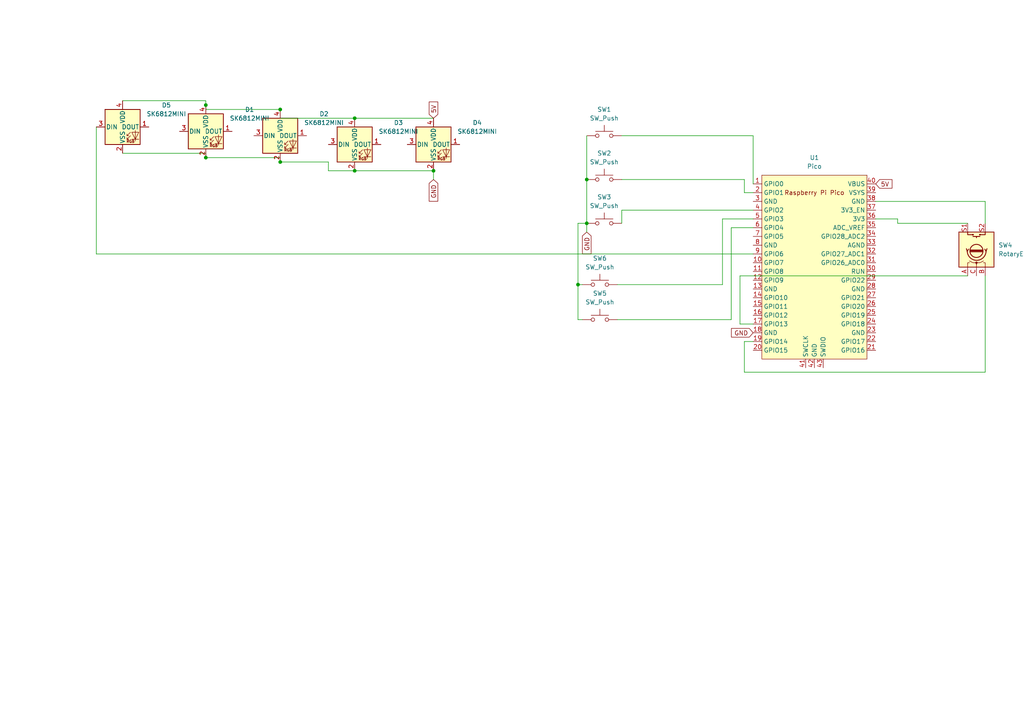
<source format=kicad_sch>
(kicad_sch
	(version 20231120)
	(generator "eeschema")
	(generator_version "8.0")
	(uuid "4586e195-89ac-4e5c-a3d4-59c96b69bcb0")
	(paper "A4")
	(lib_symbols
		(symbol "Device:RotaryEncoder_Switch"
			(pin_names
				(offset 0.254) hide)
			(exclude_from_sim no)
			(in_bom yes)
			(on_board yes)
			(property "Reference" "SW"
				(at 0 6.604 0)
				(effects
					(font
						(size 1.27 1.27)
					)
				)
			)
			(property "Value" "RotaryEncoder_Switch"
				(at 0 -6.604 0)
				(effects
					(font
						(size 1.27 1.27)
					)
				)
			)
			(property "Footprint" ""
				(at -3.81 4.064 0)
				(effects
					(font
						(size 1.27 1.27)
					)
					(hide yes)
				)
			)
			(property "Datasheet" "~"
				(at 0 6.604 0)
				(effects
					(font
						(size 1.27 1.27)
					)
					(hide yes)
				)
			)
			(property "Description" "Rotary encoder, dual channel, incremental quadrate outputs, with switch"
				(at 0 0 0)
				(effects
					(font
						(size 1.27 1.27)
					)
					(hide yes)
				)
			)
			(property "ki_keywords" "rotary switch encoder switch push button"
				(at 0 0 0)
				(effects
					(font
						(size 1.27 1.27)
					)
					(hide yes)
				)
			)
			(property "ki_fp_filters" "RotaryEncoder*Switch*"
				(at 0 0 0)
				(effects
					(font
						(size 1.27 1.27)
					)
					(hide yes)
				)
			)
			(symbol "RotaryEncoder_Switch_0_1"
				(rectangle
					(start -5.08 5.08)
					(end 5.08 -5.08)
					(stroke
						(width 0.254)
						(type default)
					)
					(fill
						(type background)
					)
				)
				(circle
					(center -3.81 0)
					(radius 0.254)
					(stroke
						(width 0)
						(type default)
					)
					(fill
						(type outline)
					)
				)
				(circle
					(center -0.381 0)
					(radius 1.905)
					(stroke
						(width 0.254)
						(type default)
					)
					(fill
						(type none)
					)
				)
				(arc
					(start -0.381 2.667)
					(mid -3.0988 -0.0635)
					(end -0.381 -2.794)
					(stroke
						(width 0.254)
						(type default)
					)
					(fill
						(type none)
					)
				)
				(polyline
					(pts
						(xy -0.635 -1.778) (xy -0.635 1.778)
					)
					(stroke
						(width 0.254)
						(type default)
					)
					(fill
						(type none)
					)
				)
				(polyline
					(pts
						(xy -0.381 -1.778) (xy -0.381 1.778)
					)
					(stroke
						(width 0.254)
						(type default)
					)
					(fill
						(type none)
					)
				)
				(polyline
					(pts
						(xy -0.127 1.778) (xy -0.127 -1.778)
					)
					(stroke
						(width 0.254)
						(type default)
					)
					(fill
						(type none)
					)
				)
				(polyline
					(pts
						(xy 3.81 0) (xy 3.429 0)
					)
					(stroke
						(width 0.254)
						(type default)
					)
					(fill
						(type none)
					)
				)
				(polyline
					(pts
						(xy 3.81 1.016) (xy 3.81 -1.016)
					)
					(stroke
						(width 0.254)
						(type default)
					)
					(fill
						(type none)
					)
				)
				(polyline
					(pts
						(xy -5.08 -2.54) (xy -3.81 -2.54) (xy -3.81 -2.032)
					)
					(stroke
						(width 0)
						(type default)
					)
					(fill
						(type none)
					)
				)
				(polyline
					(pts
						(xy -5.08 2.54) (xy -3.81 2.54) (xy -3.81 2.032)
					)
					(stroke
						(width 0)
						(type default)
					)
					(fill
						(type none)
					)
				)
				(polyline
					(pts
						(xy 0.254 -3.048) (xy -0.508 -2.794) (xy 0.127 -2.413)
					)
					(stroke
						(width 0.254)
						(type default)
					)
					(fill
						(type none)
					)
				)
				(polyline
					(pts
						(xy 0.254 2.921) (xy -0.508 2.667) (xy 0.127 2.286)
					)
					(stroke
						(width 0.254)
						(type default)
					)
					(fill
						(type none)
					)
				)
				(polyline
					(pts
						(xy 5.08 -2.54) (xy 4.318 -2.54) (xy 4.318 -1.016)
					)
					(stroke
						(width 0.254)
						(type default)
					)
					(fill
						(type none)
					)
				)
				(polyline
					(pts
						(xy 5.08 2.54) (xy 4.318 2.54) (xy 4.318 1.016)
					)
					(stroke
						(width 0.254)
						(type default)
					)
					(fill
						(type none)
					)
				)
				(polyline
					(pts
						(xy -5.08 0) (xy -3.81 0) (xy -3.81 -1.016) (xy -3.302 -2.032)
					)
					(stroke
						(width 0)
						(type default)
					)
					(fill
						(type none)
					)
				)
				(polyline
					(pts
						(xy -4.318 0) (xy -3.81 0) (xy -3.81 1.016) (xy -3.302 2.032)
					)
					(stroke
						(width 0)
						(type default)
					)
					(fill
						(type none)
					)
				)
				(circle
					(center 4.318 -1.016)
					(radius 0.127)
					(stroke
						(width 0.254)
						(type default)
					)
					(fill
						(type none)
					)
				)
				(circle
					(center 4.318 1.016)
					(radius 0.127)
					(stroke
						(width 0.254)
						(type default)
					)
					(fill
						(type none)
					)
				)
			)
			(symbol "RotaryEncoder_Switch_1_1"
				(pin passive line
					(at -7.62 2.54 0)
					(length 2.54)
					(name "A"
						(effects
							(font
								(size 1.27 1.27)
							)
						)
					)
					(number "A"
						(effects
							(font
								(size 1.27 1.27)
							)
						)
					)
				)
				(pin passive line
					(at -7.62 -2.54 0)
					(length 2.54)
					(name "B"
						(effects
							(font
								(size 1.27 1.27)
							)
						)
					)
					(number "B"
						(effects
							(font
								(size 1.27 1.27)
							)
						)
					)
				)
				(pin passive line
					(at -7.62 0 0)
					(length 2.54)
					(name "C"
						(effects
							(font
								(size 1.27 1.27)
							)
						)
					)
					(number "C"
						(effects
							(font
								(size 1.27 1.27)
							)
						)
					)
				)
				(pin passive line
					(at 7.62 2.54 180)
					(length 2.54)
					(name "S1"
						(effects
							(font
								(size 1.27 1.27)
							)
						)
					)
					(number "S1"
						(effects
							(font
								(size 1.27 1.27)
							)
						)
					)
				)
				(pin passive line
					(at 7.62 -2.54 180)
					(length 2.54)
					(name "S2"
						(effects
							(font
								(size 1.27 1.27)
							)
						)
					)
					(number "S2"
						(effects
							(font
								(size 1.27 1.27)
							)
						)
					)
				)
			)
		)
		(symbol "LED:SK6812MINI"
			(pin_names
				(offset 0.254)
			)
			(exclude_from_sim no)
			(in_bom yes)
			(on_board yes)
			(property "Reference" "D"
				(at 5.08 5.715 0)
				(effects
					(font
						(size 1.27 1.27)
					)
					(justify right bottom)
				)
			)
			(property "Value" "SK6812MINI"
				(at 1.27 -5.715 0)
				(effects
					(font
						(size 1.27 1.27)
					)
					(justify left top)
				)
			)
			(property "Footprint" "LED_SMD:LED_SK6812MINI_PLCC4_3.5x3.5mm_P1.75mm"
				(at 1.27 -7.62 0)
				(effects
					(font
						(size 1.27 1.27)
					)
					(justify left top)
					(hide yes)
				)
			)
			(property "Datasheet" "https://cdn-shop.adafruit.com/product-files/2686/SK6812MINI_REV.01-1-2.pdf"
				(at 2.54 -9.525 0)
				(effects
					(font
						(size 1.27 1.27)
					)
					(justify left top)
					(hide yes)
				)
			)
			(property "Description" "RGB LED with integrated controller"
				(at 0 0 0)
				(effects
					(font
						(size 1.27 1.27)
					)
					(hide yes)
				)
			)
			(property "ki_keywords" "RGB LED NeoPixel Mini addressable"
				(at 0 0 0)
				(effects
					(font
						(size 1.27 1.27)
					)
					(hide yes)
				)
			)
			(property "ki_fp_filters" "LED*SK6812MINI*PLCC*3.5x3.5mm*P1.75mm*"
				(at 0 0 0)
				(effects
					(font
						(size 1.27 1.27)
					)
					(hide yes)
				)
			)
			(symbol "SK6812MINI_0_0"
				(text "RGB"
					(at 2.286 -4.191 0)
					(effects
						(font
							(size 0.762 0.762)
						)
					)
				)
			)
			(symbol "SK6812MINI_0_1"
				(polyline
					(pts
						(xy 1.27 -3.556) (xy 1.778 -3.556)
					)
					(stroke
						(width 0)
						(type default)
					)
					(fill
						(type none)
					)
				)
				(polyline
					(pts
						(xy 1.27 -2.54) (xy 1.778 -2.54)
					)
					(stroke
						(width 0)
						(type default)
					)
					(fill
						(type none)
					)
				)
				(polyline
					(pts
						(xy 4.699 -3.556) (xy 2.667 -3.556)
					)
					(stroke
						(width 0)
						(type default)
					)
					(fill
						(type none)
					)
				)
				(polyline
					(pts
						(xy 2.286 -2.54) (xy 1.27 -3.556) (xy 1.27 -3.048)
					)
					(stroke
						(width 0)
						(type default)
					)
					(fill
						(type none)
					)
				)
				(polyline
					(pts
						(xy 2.286 -1.524) (xy 1.27 -2.54) (xy 1.27 -2.032)
					)
					(stroke
						(width 0)
						(type default)
					)
					(fill
						(type none)
					)
				)
				(polyline
					(pts
						(xy 3.683 -1.016) (xy 3.683 -3.556) (xy 3.683 -4.064)
					)
					(stroke
						(width 0)
						(type default)
					)
					(fill
						(type none)
					)
				)
				(polyline
					(pts
						(xy 4.699 -1.524) (xy 2.667 -1.524) (xy 3.683 -3.556) (xy 4.699 -1.524)
					)
					(stroke
						(width 0)
						(type default)
					)
					(fill
						(type none)
					)
				)
				(rectangle
					(start 5.08 5.08)
					(end -5.08 -5.08)
					(stroke
						(width 0.254)
						(type default)
					)
					(fill
						(type background)
					)
				)
			)
			(symbol "SK6812MINI_1_1"
				(pin output line
					(at 7.62 0 180)
					(length 2.54)
					(name "DOUT"
						(effects
							(font
								(size 1.27 1.27)
							)
						)
					)
					(number "1"
						(effects
							(font
								(size 1.27 1.27)
							)
						)
					)
				)
				(pin power_in line
					(at 0 -7.62 90)
					(length 2.54)
					(name "VSS"
						(effects
							(font
								(size 1.27 1.27)
							)
						)
					)
					(number "2"
						(effects
							(font
								(size 1.27 1.27)
							)
						)
					)
				)
				(pin input line
					(at -7.62 0 0)
					(length 2.54)
					(name "DIN"
						(effects
							(font
								(size 1.27 1.27)
							)
						)
					)
					(number "3"
						(effects
							(font
								(size 1.27 1.27)
							)
						)
					)
				)
				(pin power_in line
					(at 0 7.62 270)
					(length 2.54)
					(name "VDD"
						(effects
							(font
								(size 1.27 1.27)
							)
						)
					)
					(number "4"
						(effects
							(font
								(size 1.27 1.27)
							)
						)
					)
				)
			)
		)
		(symbol "Switch:SW_Push"
			(pin_numbers hide)
			(pin_names
				(offset 1.016) hide)
			(exclude_from_sim no)
			(in_bom yes)
			(on_board yes)
			(property "Reference" "SW"
				(at 1.27 2.54 0)
				(effects
					(font
						(size 1.27 1.27)
					)
					(justify left)
				)
			)
			(property "Value" "SW_Push"
				(at 0 -1.524 0)
				(effects
					(font
						(size 1.27 1.27)
					)
				)
			)
			(property "Footprint" ""
				(at 0 5.08 0)
				(effects
					(font
						(size 1.27 1.27)
					)
					(hide yes)
				)
			)
			(property "Datasheet" "~"
				(at 0 5.08 0)
				(effects
					(font
						(size 1.27 1.27)
					)
					(hide yes)
				)
			)
			(property "Description" "Push button switch, generic, two pins"
				(at 0 0 0)
				(effects
					(font
						(size 1.27 1.27)
					)
					(hide yes)
				)
			)
			(property "ki_keywords" "switch normally-open pushbutton push-button"
				(at 0 0 0)
				(effects
					(font
						(size 1.27 1.27)
					)
					(hide yes)
				)
			)
			(symbol "SW_Push_0_1"
				(circle
					(center -2.032 0)
					(radius 0.508)
					(stroke
						(width 0)
						(type default)
					)
					(fill
						(type none)
					)
				)
				(polyline
					(pts
						(xy 0 1.27) (xy 0 3.048)
					)
					(stroke
						(width 0)
						(type default)
					)
					(fill
						(type none)
					)
				)
				(polyline
					(pts
						(xy 2.54 1.27) (xy -2.54 1.27)
					)
					(stroke
						(width 0)
						(type default)
					)
					(fill
						(type none)
					)
				)
				(circle
					(center 2.032 0)
					(radius 0.508)
					(stroke
						(width 0)
						(type default)
					)
					(fill
						(type none)
					)
				)
				(pin passive line
					(at -5.08 0 0)
					(length 2.54)
					(name "1"
						(effects
							(font
								(size 1.27 1.27)
							)
						)
					)
					(number "1"
						(effects
							(font
								(size 1.27 1.27)
							)
						)
					)
				)
				(pin passive line
					(at 5.08 0 180)
					(length 2.54)
					(name "2"
						(effects
							(font
								(size 1.27 1.27)
							)
						)
					)
					(number "2"
						(effects
							(font
								(size 1.27 1.27)
							)
						)
					)
				)
			)
		)
		(symbol "raspi:Pico"
			(exclude_from_sim no)
			(in_bom yes)
			(on_board yes)
			(property "Reference" "U"
				(at -13.97 27.94 0)
				(effects
					(font
						(size 1.27 1.27)
					)
				)
			)
			(property "Value" "Pico"
				(at 0 19.05 0)
				(effects
					(font
						(size 1.27 1.27)
					)
				)
			)
			(property "Footprint" "RPi_Pico:RPi_Pico_SMD_TH"
				(at 0 0 90)
				(effects
					(font
						(size 1.27 1.27)
					)
					(hide yes)
				)
			)
			(property "Datasheet" ""
				(at 0 0 0)
				(effects
					(font
						(size 1.27 1.27)
					)
					(hide yes)
				)
			)
			(property "Description" ""
				(at 0 0 0)
				(effects
					(font
						(size 1.27 1.27)
					)
					(hide yes)
				)
			)
			(symbol "Pico_0_0"
				(text "Raspberry Pi Pico"
					(at 0 21.59 0)
					(effects
						(font
							(size 1.27 1.27)
						)
					)
				)
			)
			(symbol "Pico_0_1"
				(rectangle
					(start -15.24 26.67)
					(end 15.24 -26.67)
					(stroke
						(width 0)
						(type default)
					)
					(fill
						(type background)
					)
				)
			)
			(symbol "Pico_1_1"
				(pin bidirectional line
					(at -17.78 24.13 0)
					(length 2.54)
					(name "GPIO0"
						(effects
							(font
								(size 1.27 1.27)
							)
						)
					)
					(number "1"
						(effects
							(font
								(size 1.27 1.27)
							)
						)
					)
				)
				(pin bidirectional line
					(at -17.78 1.27 0)
					(length 2.54)
					(name "GPIO7"
						(effects
							(font
								(size 1.27 1.27)
							)
						)
					)
					(number "10"
						(effects
							(font
								(size 1.27 1.27)
							)
						)
					)
				)
				(pin bidirectional line
					(at -17.78 -1.27 0)
					(length 2.54)
					(name "GPIO8"
						(effects
							(font
								(size 1.27 1.27)
							)
						)
					)
					(number "11"
						(effects
							(font
								(size 1.27 1.27)
							)
						)
					)
				)
				(pin bidirectional line
					(at -17.78 -3.81 0)
					(length 2.54)
					(name "GPIO9"
						(effects
							(font
								(size 1.27 1.27)
							)
						)
					)
					(number "12"
						(effects
							(font
								(size 1.27 1.27)
							)
						)
					)
				)
				(pin power_in line
					(at -17.78 -6.35 0)
					(length 2.54)
					(name "GND"
						(effects
							(font
								(size 1.27 1.27)
							)
						)
					)
					(number "13"
						(effects
							(font
								(size 1.27 1.27)
							)
						)
					)
				)
				(pin bidirectional line
					(at -17.78 -8.89 0)
					(length 2.54)
					(name "GPIO10"
						(effects
							(font
								(size 1.27 1.27)
							)
						)
					)
					(number "14"
						(effects
							(font
								(size 1.27 1.27)
							)
						)
					)
				)
				(pin bidirectional line
					(at -17.78 -11.43 0)
					(length 2.54)
					(name "GPIO11"
						(effects
							(font
								(size 1.27 1.27)
							)
						)
					)
					(number "15"
						(effects
							(font
								(size 1.27 1.27)
							)
						)
					)
				)
				(pin bidirectional line
					(at -17.78 -13.97 0)
					(length 2.54)
					(name "GPIO12"
						(effects
							(font
								(size 1.27 1.27)
							)
						)
					)
					(number "16"
						(effects
							(font
								(size 1.27 1.27)
							)
						)
					)
				)
				(pin bidirectional line
					(at -17.78 -16.51 0)
					(length 2.54)
					(name "GPIO13"
						(effects
							(font
								(size 1.27 1.27)
							)
						)
					)
					(number "17"
						(effects
							(font
								(size 1.27 1.27)
							)
						)
					)
				)
				(pin power_in line
					(at -17.78 -19.05 0)
					(length 2.54)
					(name "GND"
						(effects
							(font
								(size 1.27 1.27)
							)
						)
					)
					(number "18"
						(effects
							(font
								(size 1.27 1.27)
							)
						)
					)
				)
				(pin bidirectional line
					(at -17.78 -21.59 0)
					(length 2.54)
					(name "GPIO14"
						(effects
							(font
								(size 1.27 1.27)
							)
						)
					)
					(number "19"
						(effects
							(font
								(size 1.27 1.27)
							)
						)
					)
				)
				(pin bidirectional line
					(at -17.78 21.59 0)
					(length 2.54)
					(name "GPIO1"
						(effects
							(font
								(size 1.27 1.27)
							)
						)
					)
					(number "2"
						(effects
							(font
								(size 1.27 1.27)
							)
						)
					)
				)
				(pin bidirectional line
					(at -17.78 -24.13 0)
					(length 2.54)
					(name "GPIO15"
						(effects
							(font
								(size 1.27 1.27)
							)
						)
					)
					(number "20"
						(effects
							(font
								(size 1.27 1.27)
							)
						)
					)
				)
				(pin bidirectional line
					(at 17.78 -24.13 180)
					(length 2.54)
					(name "GPIO16"
						(effects
							(font
								(size 1.27 1.27)
							)
						)
					)
					(number "21"
						(effects
							(font
								(size 1.27 1.27)
							)
						)
					)
				)
				(pin bidirectional line
					(at 17.78 -21.59 180)
					(length 2.54)
					(name "GPIO17"
						(effects
							(font
								(size 1.27 1.27)
							)
						)
					)
					(number "22"
						(effects
							(font
								(size 1.27 1.27)
							)
						)
					)
				)
				(pin power_in line
					(at 17.78 -19.05 180)
					(length 2.54)
					(name "GND"
						(effects
							(font
								(size 1.27 1.27)
							)
						)
					)
					(number "23"
						(effects
							(font
								(size 1.27 1.27)
							)
						)
					)
				)
				(pin bidirectional line
					(at 17.78 -16.51 180)
					(length 2.54)
					(name "GPIO18"
						(effects
							(font
								(size 1.27 1.27)
							)
						)
					)
					(number "24"
						(effects
							(font
								(size 1.27 1.27)
							)
						)
					)
				)
				(pin bidirectional line
					(at 17.78 -13.97 180)
					(length 2.54)
					(name "GPIO19"
						(effects
							(font
								(size 1.27 1.27)
							)
						)
					)
					(number "25"
						(effects
							(font
								(size 1.27 1.27)
							)
						)
					)
				)
				(pin bidirectional line
					(at 17.78 -11.43 180)
					(length 2.54)
					(name "GPIO20"
						(effects
							(font
								(size 1.27 1.27)
							)
						)
					)
					(number "26"
						(effects
							(font
								(size 1.27 1.27)
							)
						)
					)
				)
				(pin bidirectional line
					(at 17.78 -8.89 180)
					(length 2.54)
					(name "GPIO21"
						(effects
							(font
								(size 1.27 1.27)
							)
						)
					)
					(number "27"
						(effects
							(font
								(size 1.27 1.27)
							)
						)
					)
				)
				(pin power_in line
					(at 17.78 -6.35 180)
					(length 2.54)
					(name "GND"
						(effects
							(font
								(size 1.27 1.27)
							)
						)
					)
					(number "28"
						(effects
							(font
								(size 1.27 1.27)
							)
						)
					)
				)
				(pin bidirectional line
					(at 17.78 -3.81 180)
					(length 2.54)
					(name "GPIO22"
						(effects
							(font
								(size 1.27 1.27)
							)
						)
					)
					(number "29"
						(effects
							(font
								(size 1.27 1.27)
							)
						)
					)
				)
				(pin power_in line
					(at -17.78 19.05 0)
					(length 2.54)
					(name "GND"
						(effects
							(font
								(size 1.27 1.27)
							)
						)
					)
					(number "3"
						(effects
							(font
								(size 1.27 1.27)
							)
						)
					)
				)
				(pin input line
					(at 17.78 -1.27 180)
					(length 2.54)
					(name "RUN"
						(effects
							(font
								(size 1.27 1.27)
							)
						)
					)
					(number "30"
						(effects
							(font
								(size 1.27 1.27)
							)
						)
					)
				)
				(pin bidirectional line
					(at 17.78 1.27 180)
					(length 2.54)
					(name "GPIO26_ADC0"
						(effects
							(font
								(size 1.27 1.27)
							)
						)
					)
					(number "31"
						(effects
							(font
								(size 1.27 1.27)
							)
						)
					)
				)
				(pin bidirectional line
					(at 17.78 3.81 180)
					(length 2.54)
					(name "GPIO27_ADC1"
						(effects
							(font
								(size 1.27 1.27)
							)
						)
					)
					(number "32"
						(effects
							(font
								(size 1.27 1.27)
							)
						)
					)
				)
				(pin power_in line
					(at 17.78 6.35 180)
					(length 2.54)
					(name "AGND"
						(effects
							(font
								(size 1.27 1.27)
							)
						)
					)
					(number "33"
						(effects
							(font
								(size 1.27 1.27)
							)
						)
					)
				)
				(pin bidirectional line
					(at 17.78 8.89 180)
					(length 2.54)
					(name "GPIO28_ADC2"
						(effects
							(font
								(size 1.27 1.27)
							)
						)
					)
					(number "34"
						(effects
							(font
								(size 1.27 1.27)
							)
						)
					)
				)
				(pin power_in line
					(at 17.78 11.43 180)
					(length 2.54)
					(name "ADC_VREF"
						(effects
							(font
								(size 1.27 1.27)
							)
						)
					)
					(number "35"
						(effects
							(font
								(size 1.27 1.27)
							)
						)
					)
				)
				(pin power_in line
					(at 17.78 13.97 180)
					(length 2.54)
					(name "3V3"
						(effects
							(font
								(size 1.27 1.27)
							)
						)
					)
					(number "36"
						(effects
							(font
								(size 1.27 1.27)
							)
						)
					)
				)
				(pin input line
					(at 17.78 16.51 180)
					(length 2.54)
					(name "3V3_EN"
						(effects
							(font
								(size 1.27 1.27)
							)
						)
					)
					(number "37"
						(effects
							(font
								(size 1.27 1.27)
							)
						)
					)
				)
				(pin bidirectional line
					(at 17.78 19.05 180)
					(length 2.54)
					(name "GND"
						(effects
							(font
								(size 1.27 1.27)
							)
						)
					)
					(number "38"
						(effects
							(font
								(size 1.27 1.27)
							)
						)
					)
				)
				(pin power_in line
					(at 17.78 21.59 180)
					(length 2.54)
					(name "VSYS"
						(effects
							(font
								(size 1.27 1.27)
							)
						)
					)
					(number "39"
						(effects
							(font
								(size 1.27 1.27)
							)
						)
					)
				)
				(pin bidirectional line
					(at -17.78 16.51 0)
					(length 2.54)
					(name "GPIO2"
						(effects
							(font
								(size 1.27 1.27)
							)
						)
					)
					(number "4"
						(effects
							(font
								(size 1.27 1.27)
							)
						)
					)
				)
				(pin power_in line
					(at 17.78 24.13 180)
					(length 2.54)
					(name "VBUS"
						(effects
							(font
								(size 1.27 1.27)
							)
						)
					)
					(number "40"
						(effects
							(font
								(size 1.27 1.27)
							)
						)
					)
				)
				(pin input line
					(at -2.54 -29.21 90)
					(length 2.54)
					(name "SWCLK"
						(effects
							(font
								(size 1.27 1.27)
							)
						)
					)
					(number "41"
						(effects
							(font
								(size 1.27 1.27)
							)
						)
					)
				)
				(pin power_in line
					(at 0 -29.21 90)
					(length 2.54)
					(name "GND"
						(effects
							(font
								(size 1.27 1.27)
							)
						)
					)
					(number "42"
						(effects
							(font
								(size 1.27 1.27)
							)
						)
					)
				)
				(pin bidirectional line
					(at 2.54 -29.21 90)
					(length 2.54)
					(name "SWDIO"
						(effects
							(font
								(size 1.27 1.27)
							)
						)
					)
					(number "43"
						(effects
							(font
								(size 1.27 1.27)
							)
						)
					)
				)
				(pin bidirectional line
					(at -17.78 13.97 0)
					(length 2.54)
					(name "GPIO3"
						(effects
							(font
								(size 1.27 1.27)
							)
						)
					)
					(number "5"
						(effects
							(font
								(size 1.27 1.27)
							)
						)
					)
				)
				(pin bidirectional line
					(at -17.78 11.43 0)
					(length 2.54)
					(name "GPIO4"
						(effects
							(font
								(size 1.27 1.27)
							)
						)
					)
					(number "6"
						(effects
							(font
								(size 1.27 1.27)
							)
						)
					)
				)
				(pin bidirectional line
					(at -17.78 8.89 0)
					(length 2.54)
					(name "GPIO5"
						(effects
							(font
								(size 1.27 1.27)
							)
						)
					)
					(number "7"
						(effects
							(font
								(size 1.27 1.27)
							)
						)
					)
				)
				(pin power_in line
					(at -17.78 6.35 0)
					(length 2.54)
					(name "GND"
						(effects
							(font
								(size 1.27 1.27)
							)
						)
					)
					(number "8"
						(effects
							(font
								(size 1.27 1.27)
							)
						)
					)
				)
				(pin bidirectional line
					(at -17.78 3.81 0)
					(length 2.54)
					(name "GPIO6"
						(effects
							(font
								(size 1.27 1.27)
							)
						)
					)
					(number "9"
						(effects
							(font
								(size 1.27 1.27)
							)
						)
					)
				)
			)
		)
	)
	(junction
		(at 170.18 52.07)
		(diameter 0)
		(color 0 0 0 0)
		(uuid "255bc2bf-bbb6-44a1-9bb1-62e29a793f49")
	)
	(junction
		(at 170.18 64.77)
		(diameter 0)
		(color 0 0 0 0)
		(uuid "31500f0c-6393-4ff5-9fbf-7043a79efc4c")
	)
	(junction
		(at 102.87 34.29)
		(diameter 0)
		(color 0 0 0 0)
		(uuid "43f5e819-46bd-424a-850e-b39dc368ef9c")
	)
	(junction
		(at 167.64 82.55)
		(diameter 0)
		(color 0 0 0 0)
		(uuid "576741c1-67ee-4bc3-881c-9261cc3ca84d")
	)
	(junction
		(at 125.73 49.53)
		(diameter 0)
		(color 0 0 0 0)
		(uuid "5e48336a-a27e-483b-8fa7-73135e2d9070")
	)
	(junction
		(at 59.69 30.48)
		(diameter 0)
		(color 0 0 0 0)
		(uuid "789e7e28-6c44-4dc5-8c66-02a243a75f30")
	)
	(junction
		(at 81.28 31.75)
		(diameter 0)
		(color 0 0 0 0)
		(uuid "8356a16e-dab4-4ac1-9398-2e38bc5c35f2")
	)
	(junction
		(at 102.87 49.53)
		(diameter 0)
		(color 0 0 0 0)
		(uuid "ad40d89c-8f17-45f2-ae0a-f5f3ec799862")
	)
	(junction
		(at 81.28 46.99)
		(diameter 0)
		(color 0 0 0 0)
		(uuid "e2aea18d-77a0-420c-82ef-c41543361b7f")
	)
	(junction
		(at 59.69 45.72)
		(diameter 0)
		(color 0 0 0 0)
		(uuid "fb4a471c-a2ab-4128-bba7-6029a8735c1d")
	)
	(no_connect
		(at 106.68 -13.97)
		(uuid "2fc263c6-af1a-4a60-a6c0-39b212829c2d")
	)
	(wire
		(pts
			(xy 209.55 82.55) (xy 209.55 63.5)
		)
		(stroke
			(width 0)
			(type default)
		)
		(uuid "05df7391-d919-4602-a3ad-ab3baf9cf88c")
	)
	(wire
		(pts
			(xy 102.87 34.29) (xy 125.73 34.29)
		)
		(stroke
			(width 0)
			(type default)
		)
		(uuid "1844ebcd-9070-45b3-8abe-8599b3ff8c15")
	)
	(wire
		(pts
			(xy 285.75 107.95) (xy 215.9 107.95)
		)
		(stroke
			(width 0)
			(type default)
		)
		(uuid "1cac638e-7298-494e-a5e5-c75e5a89a015")
	)
	(wire
		(pts
			(xy 167.64 92.71) (xy 168.91 92.71)
		)
		(stroke
			(width 0)
			(type default)
		)
		(uuid "1d5cb63d-291a-40e9-8c96-433500131814")
	)
	(wire
		(pts
			(xy 180.34 52.07) (xy 215.9 52.07)
		)
		(stroke
			(width 0)
			(type default)
		)
		(uuid "1f8fb059-3ffc-49a8-9022-0d7e50adae5f")
	)
	(wire
		(pts
			(xy 170.18 64.77) (xy 167.64 64.77)
		)
		(stroke
			(width 0)
			(type default)
		)
		(uuid "20032c12-50f6-4252-bad0-0f861129f905")
	)
	(wire
		(pts
			(xy 81.28 34.29) (xy 81.28 31.75)
		)
		(stroke
			(width 0)
			(type default)
		)
		(uuid "24f4a686-f7a5-4a26-aafa-ccd977adecaa")
	)
	(wire
		(pts
			(xy 212.09 66.04) (xy 218.44 66.04)
		)
		(stroke
			(width 0)
			(type default)
		)
		(uuid "3148057a-1ee6-4f43-8e33-20acf5732c00")
	)
	(wire
		(pts
			(xy 212.09 92.71) (xy 212.09 66.04)
		)
		(stroke
			(width 0)
			(type default)
		)
		(uuid "339590bb-270f-4b0f-a0aa-c6b03cd15924")
	)
	(wire
		(pts
			(xy 280.67 64.77) (xy 260.35 64.77)
		)
		(stroke
			(width 0)
			(type default)
		)
		(uuid "47f02f9c-2984-4f5f-8ae2-78434f3153f5")
	)
	(wire
		(pts
			(xy 280.67 80.01) (xy 214.63 80.01)
		)
		(stroke
			(width 0)
			(type default)
		)
		(uuid "4fb7d699-cb57-434e-84a2-aa9491f54871")
	)
	(wire
		(pts
			(xy 180.34 60.96) (xy 180.34 64.77)
		)
		(stroke
			(width 0)
			(type default)
		)
		(uuid "50f4444d-9d7a-4399-94a9-9d07f75d4046")
	)
	(wire
		(pts
			(xy 35.56 29.21) (xy 59.69 29.21)
		)
		(stroke
			(width 0)
			(type default)
		)
		(uuid "56f52951-8d46-401e-a39b-81a699e45001")
	)
	(wire
		(pts
			(xy 81.28 31.75) (xy 59.69 31.75)
		)
		(stroke
			(width 0)
			(type default)
		)
		(uuid "5a843030-9c66-4f2b-a75d-8db9c0f67812")
	)
	(wire
		(pts
			(xy 214.63 93.98) (xy 218.44 93.98)
		)
		(stroke
			(width 0)
			(type default)
		)
		(uuid "6799b2d9-bd47-4084-a271-df53ecc8cb8c")
	)
	(wire
		(pts
			(xy 209.55 63.5) (xy 218.44 63.5)
		)
		(stroke
			(width 0)
			(type default)
		)
		(uuid "6bebaf05-f846-49b5-a1f6-2a3b0e6eb4af")
	)
	(wire
		(pts
			(xy 27.94 73.66) (xy 27.94 36.83)
		)
		(stroke
			(width 0)
			(type default)
		)
		(uuid "7189ba9f-a8ab-4212-aa68-e634adc2e5a7")
	)
	(wire
		(pts
			(xy 215.9 52.07) (xy 215.9 55.88)
		)
		(stroke
			(width 0)
			(type default)
		)
		(uuid "7198869d-f091-43cb-ab06-1a657100cc34")
	)
	(wire
		(pts
			(xy 260.35 64.77) (xy 260.35 63.5)
		)
		(stroke
			(width 0)
			(type default)
		)
		(uuid "745d9ffb-672b-4e9b-8342-ddbf5c0c9752")
	)
	(wire
		(pts
			(xy 179.07 92.71) (xy 212.09 92.71)
		)
		(stroke
			(width 0)
			(type default)
		)
		(uuid "78030f5d-0aae-4e0c-838a-a7a6c4e05fe2")
	)
	(wire
		(pts
			(xy 59.69 44.45) (xy 59.69 45.72)
		)
		(stroke
			(width 0)
			(type default)
		)
		(uuid "83f53405-aeee-4fe4-9bd5-e1ebe2c66732")
	)
	(wire
		(pts
			(xy 102.87 49.53) (xy 125.73 49.53)
		)
		(stroke
			(width 0)
			(type default)
		)
		(uuid "850c439a-ad98-4847-ad5e-b7a015d61c9c")
	)
	(wire
		(pts
			(xy 59.69 45.72) (xy 81.28 45.72)
		)
		(stroke
			(width 0)
			(type default)
		)
		(uuid "899409c6-72e8-44dd-9955-ba1115e2a368")
	)
	(wire
		(pts
			(xy 59.69 31.75) (xy 59.69 30.48)
		)
		(stroke
			(width 0)
			(type default)
		)
		(uuid "8c3b2e8f-d336-41fd-ba79-9329e5f0e9b9")
	)
	(wire
		(pts
			(xy 167.64 82.55) (xy 168.91 82.55)
		)
		(stroke
			(width 0)
			(type default)
		)
		(uuid "9268e487-2c16-4fc9-99fa-b766ff3283e7")
	)
	(wire
		(pts
			(xy 260.35 63.5) (xy 254 63.5)
		)
		(stroke
			(width 0)
			(type default)
		)
		(uuid "94c5a126-9aef-42b6-a9e4-bdb1bff97994")
	)
	(wire
		(pts
			(xy 125.73 49.53) (xy 125.73 52.07)
		)
		(stroke
			(width 0)
			(type default)
		)
		(uuid "9ad75a38-6062-43ca-9b12-f9b84179c4a7")
	)
	(wire
		(pts
			(xy 170.18 64.77) (xy 170.18 67.31)
		)
		(stroke
			(width 0)
			(type default)
		)
		(uuid "9f5eea23-5bf6-4d98-a991-9091bc3c07ec")
	)
	(wire
		(pts
			(xy 95.25 46.99) (xy 95.25 49.53)
		)
		(stroke
			(width 0)
			(type default)
		)
		(uuid "a5d79083-02d7-4727-8adb-3d8e4bb8e9c9")
	)
	(wire
		(pts
			(xy 285.75 80.01) (xy 285.75 107.95)
		)
		(stroke
			(width 0)
			(type default)
		)
		(uuid "a7bd3a20-197a-4785-8989-2268db0ee8b0")
	)
	(wire
		(pts
			(xy 170.18 39.37) (xy 170.18 52.07)
		)
		(stroke
			(width 0)
			(type default)
		)
		(uuid "b2104f9b-6456-476d-bd4c-2b8114b261ee")
	)
	(wire
		(pts
			(xy 285.75 58.42) (xy 285.75 64.77)
		)
		(stroke
			(width 0)
			(type default)
		)
		(uuid "b4bc27a3-7337-4365-8ed5-eeccae0a964a")
	)
	(wire
		(pts
			(xy 170.18 52.07) (xy 170.18 64.77)
		)
		(stroke
			(width 0)
			(type default)
		)
		(uuid "bcb14377-ff69-4aa5-bfb7-b4fe557a4475")
	)
	(wire
		(pts
			(xy 35.56 44.45) (xy 59.69 44.45)
		)
		(stroke
			(width 0)
			(type default)
		)
		(uuid "bfe148d6-1e20-45b7-bb4d-ae329c50da88")
	)
	(wire
		(pts
			(xy 218.44 60.96) (xy 180.34 60.96)
		)
		(stroke
			(width 0)
			(type default)
		)
		(uuid "c5b8fd9c-8fe3-47c8-b103-12fd8ad360bf")
	)
	(wire
		(pts
			(xy 254 58.42) (xy 285.75 58.42)
		)
		(stroke
			(width 0)
			(type default)
		)
		(uuid "cd287389-1ee8-48fb-bd2e-757cebdf69ce")
	)
	(wire
		(pts
			(xy 179.07 82.55) (xy 209.55 82.55)
		)
		(stroke
			(width 0)
			(type default)
		)
		(uuid "cfa5a7d6-0cc8-43ad-8f2a-ae44afcbd87d")
	)
	(wire
		(pts
			(xy 95.25 49.53) (xy 102.87 49.53)
		)
		(stroke
			(width 0)
			(type default)
		)
		(uuid "d35ef32b-ecd5-4e23-bcbb-2b647b6abc6f")
	)
	(wire
		(pts
			(xy 215.9 55.88) (xy 218.44 55.88)
		)
		(stroke
			(width 0)
			(type default)
		)
		(uuid "d4898b8e-4285-4cb2-b002-76a8386da8c7")
	)
	(wire
		(pts
			(xy 218.44 73.66) (xy 27.94 73.66)
		)
		(stroke
			(width 0)
			(type default)
		)
		(uuid "d876529c-7512-48a0-8789-c75ca5eb751b")
	)
	(wire
		(pts
			(xy 102.87 34.29) (xy 81.28 34.29)
		)
		(stroke
			(width 0)
			(type default)
		)
		(uuid "dada0c36-527d-49ef-a0f2-0abf38d0e331")
	)
	(wire
		(pts
			(xy 215.9 99.06) (xy 218.44 99.06)
		)
		(stroke
			(width 0)
			(type default)
		)
		(uuid "dea203fd-300d-4240-8266-2721543d1fc3")
	)
	(wire
		(pts
			(xy 218.44 39.37) (xy 218.44 53.34)
		)
		(stroke
			(width 0)
			(type default)
		)
		(uuid "e3ef4a69-95cf-4e2d-99af-53b468595330")
	)
	(wire
		(pts
			(xy 59.69 29.21) (xy 59.69 30.48)
		)
		(stroke
			(width 0)
			(type default)
		)
		(uuid "e726152f-8bb9-4524-a64a-8f5dbff33120")
	)
	(wire
		(pts
			(xy 215.9 107.95) (xy 215.9 99.06)
		)
		(stroke
			(width 0)
			(type default)
		)
		(uuid "e8bfb3d5-4203-452e-b74d-0b22ad4bd0eb")
	)
	(wire
		(pts
			(xy 81.28 46.99) (xy 95.25 46.99)
		)
		(stroke
			(width 0)
			(type default)
		)
		(uuid "ec5896e6-e8bd-45a2-adfe-43a7012ef458")
	)
	(wire
		(pts
			(xy 167.64 82.55) (xy 167.64 92.71)
		)
		(stroke
			(width 0)
			(type default)
		)
		(uuid "ece70a25-198e-4eee-81cf-76098a8e9e60")
	)
	(wire
		(pts
			(xy 180.34 39.37) (xy 218.44 39.37)
		)
		(stroke
			(width 0)
			(type default)
		)
		(uuid "f1b109cd-7e96-4b97-aede-b1ebaaa8b3ac")
	)
	(wire
		(pts
			(xy 167.64 64.77) (xy 167.64 82.55)
		)
		(stroke
			(width 0)
			(type default)
		)
		(uuid "f543b1f6-b143-40a2-a52b-fc5168a169c9")
	)
	(wire
		(pts
			(xy 214.63 80.01) (xy 214.63 93.98)
		)
		(stroke
			(width 0)
			(type default)
		)
		(uuid "f6905273-ddcf-41da-aa9f-b9b974540757")
	)
	(wire
		(pts
			(xy 81.28 45.72) (xy 81.28 46.99)
		)
		(stroke
			(width 0)
			(type default)
		)
		(uuid "fed0dedb-e184-4ffd-971e-1478d7d87ae7")
	)
	(global_label "GND"
		(shape input)
		(at 218.44 96.52 180)
		(fields_autoplaced yes)
		(effects
			(font
				(size 1.27 1.27)
			)
			(justify right)
		)
		(uuid "073ccfb1-b99b-4249-9164-75e9d6f518c0")
		(property "Intersheetrefs" "${INTERSHEET_REFS}"
			(at 211.5843 96.52 0)
			(effects
				(font
					(size 1.27 1.27)
				)
				(justify right)
				(hide yes)
			)
		)
	)
	(global_label "5V"
		(shape input)
		(at 125.73 34.29 90)
		(fields_autoplaced yes)
		(effects
			(font
				(size 1.27 1.27)
			)
			(justify left)
		)
		(uuid "314500c4-d9ff-456c-9fac-4490737578ab")
		(property "Intersheetrefs" "${INTERSHEET_REFS}"
			(at 125.73 29.0067 90)
			(effects
				(font
					(size 1.27 1.27)
				)
				(justify left)
				(hide yes)
			)
		)
	)
	(global_label "GND"
		(shape input)
		(at 125.73 52.07 270)
		(fields_autoplaced yes)
		(effects
			(font
				(size 1.27 1.27)
			)
			(justify right)
		)
		(uuid "724bd873-cfd2-4252-901f-e3fe149b47a6")
		(property "Intersheetrefs" "${INTERSHEET_REFS}"
			(at 125.73 58.9257 90)
			(effects
				(font
					(size 1.27 1.27)
				)
				(justify right)
				(hide yes)
			)
		)
	)
	(global_label "5V"
		(shape input)
		(at 254 53.34 0)
		(fields_autoplaced yes)
		(effects
			(font
				(size 1.27 1.27)
			)
			(justify left)
		)
		(uuid "af5ffbb6-a5b6-4a3b-8b64-37c31c3d52fc")
		(property "Intersheetrefs" "${INTERSHEET_REFS}"
			(at 259.2833 53.34 0)
			(effects
				(font
					(size 1.27 1.27)
				)
				(justify left)
				(hide yes)
			)
		)
	)
	(global_label "GND"
		(shape input)
		(at 170.18 67.31 270)
		(fields_autoplaced yes)
		(effects
			(font
				(size 1.27 1.27)
			)
			(justify right)
		)
		(uuid "b4d04a4d-a787-4332-9ebc-30e2f0d32761")
		(property "Intersheetrefs" "${INTERSHEET_REFS}"
			(at 170.18 74.1657 90)
			(effects
				(font
					(size 1.27 1.27)
				)
				(justify right)
				(hide yes)
			)
		)
	)
	(symbol
		(lib_id "LED:SK6812MINI")
		(at 81.28 39.37 0)
		(unit 1)
		(exclude_from_sim no)
		(in_bom yes)
		(on_board yes)
		(dnp no)
		(fields_autoplaced yes)
		(uuid "00d38eec-2af5-4ddc-aa57-02095a0f047b")
		(property "Reference" "D2"
			(at 93.98 33.0514 0)
			(effects
				(font
					(size 1.27 1.27)
				)
			)
		)
		(property "Value" "SK6812MINI"
			(at 93.98 35.5914 0)
			(effects
				(font
					(size 1.27 1.27)
				)
			)
		)
		(property "Footprint" "LED_SMD:LED_SK6812MINI_PLCC4_3.5x3.5mm_P1.75mm"
			(at 82.55 46.99 0)
			(effects
				(font
					(size 1.27 1.27)
				)
				(justify left top)
				(hide yes)
			)
		)
		(property "Datasheet" "https://cdn-shop.adafruit.com/product-files/2686/SK6812MINI_REV.01-1-2.pdf"
			(at 83.82 48.895 0)
			(effects
				(font
					(size 1.27 1.27)
				)
				(justify left top)
				(hide yes)
			)
		)
		(property "Description" "RGB LED with integrated controller"
			(at 81.28 39.37 0)
			(effects
				(font
					(size 1.27 1.27)
				)
				(hide yes)
			)
		)
		(pin "4"
			(uuid "c91adc8a-b9a6-4933-8081-bc4e3e187bfa")
		)
		(pin "1"
			(uuid "2fc7efd4-b399-4fdd-afe7-5466165b7660")
		)
		(pin "3"
			(uuid "b3e09ddd-ae5e-444c-bd64-88d98fab6ed8")
		)
		(pin "2"
			(uuid "482fd8ec-9420-4951-9143-232262ed38b7")
		)
		(instances
			(project ""
				(path "/4586e195-89ac-4e5c-a3d4-59c96b69bcb0"
					(reference "D2")
					(unit 1)
				)
			)
		)
	)
	(symbol
		(lib_id "Device:RotaryEncoder_Switch")
		(at 283.21 72.39 90)
		(unit 1)
		(exclude_from_sim no)
		(in_bom yes)
		(on_board yes)
		(dnp no)
		(fields_autoplaced yes)
		(uuid "0fbaca84-c69c-4382-9214-f644a8e94dcd")
		(property "Reference" "SW4"
			(at 289.56 71.1199 90)
			(effects
				(font
					(size 1.27 1.27)
				)
				(justify right)
			)
		)
		(property "Value" "RotaryEncoder_Switch"
			(at 289.56 73.6599 90)
			(effects
				(font
					(size 1.27 1.27)
				)
				(justify right)
			)
		)
		(property "Footprint" "Rotary_Encoder:RotaryEncoder_Alps_EC11E-Switch_Vertical_H20mm"
			(at 279.146 76.2 0)
			(effects
				(font
					(size 1.27 1.27)
				)
				(hide yes)
			)
		)
		(property "Datasheet" "~"
			(at 276.606 72.39 0)
			(effects
				(font
					(size 1.27 1.27)
				)
				(hide yes)
			)
		)
		(property "Description" "Rotary encoder, dual channel, incremental quadrate outputs, with switch"
			(at 283.21 72.39 0)
			(effects
				(font
					(size 1.27 1.27)
				)
				(hide yes)
			)
		)
		(pin "B"
			(uuid "75c4a359-080b-4362-8c48-1b5211b3a93c")
		)
		(pin "A"
			(uuid "479be8ea-ae73-4378-87e6-db453617e1b4")
		)
		(pin "S2"
			(uuid "ddb4368e-ab31-4083-b9cd-b9d31240aacd")
		)
		(pin "S1"
			(uuid "e39c25ed-dd31-4a6c-bc47-39eae055f286")
		)
		(pin "C"
			(uuid "8bdb4a09-4821-4b56-834b-b410f533e703")
		)
		(instances
			(project ""
				(path "/4586e195-89ac-4e5c-a3d4-59c96b69bcb0"
					(reference "SW4")
					(unit 1)
				)
			)
		)
	)
	(symbol
		(lib_id "Switch:SW_Push")
		(at 175.26 64.77 0)
		(unit 1)
		(exclude_from_sim no)
		(in_bom yes)
		(on_board yes)
		(dnp no)
		(fields_autoplaced yes)
		(uuid "1b8d6d54-b49d-4014-a63a-c1b5d163cb15")
		(property "Reference" "SW3"
			(at 175.26 57.15 0)
			(effects
				(font
					(size 1.27 1.27)
				)
			)
		)
		(property "Value" "SW_Push"
			(at 175.26 59.69 0)
			(effects
				(font
					(size 1.27 1.27)
				)
			)
		)
		(property "Footprint" "Button_Switch_Keyboard:SW_Cherry_MX_1.00u_PCB"
			(at 175.26 59.69 0)
			(effects
				(font
					(size 1.27 1.27)
				)
				(hide yes)
			)
		)
		(property "Datasheet" "~"
			(at 175.26 59.69 0)
			(effects
				(font
					(size 1.27 1.27)
				)
				(hide yes)
			)
		)
		(property "Description" "Push button switch, generic, two pins"
			(at 175.26 64.77 0)
			(effects
				(font
					(size 1.27 1.27)
				)
				(hide yes)
			)
		)
		(pin "2"
			(uuid "beb238dc-9eb8-4a64-accf-02a53f1656bb")
		)
		(pin "1"
			(uuid "9ba80b07-0042-4f3c-8181-8f1073b77bf4")
		)
		(instances
			(project ""
				(path "/4586e195-89ac-4e5c-a3d4-59c96b69bcb0"
					(reference "SW3")
					(unit 1)
				)
			)
		)
	)
	(symbol
		(lib_id "Switch:SW_Push")
		(at 175.26 39.37 0)
		(unit 1)
		(exclude_from_sim no)
		(in_bom yes)
		(on_board yes)
		(dnp no)
		(fields_autoplaced yes)
		(uuid "1edccacf-a2eb-45be-8828-0986a4d39c30")
		(property "Reference" "SW1"
			(at 175.26 31.75 0)
			(effects
				(font
					(size 1.27 1.27)
				)
			)
		)
		(property "Value" "SW_Push"
			(at 175.26 34.29 0)
			(effects
				(font
					(size 1.27 1.27)
				)
			)
		)
		(property "Footprint" "Button_Switch_Keyboard:SW_Cherry_MX_1.00u_PCB"
			(at 175.26 34.29 0)
			(effects
				(font
					(size 1.27 1.27)
				)
				(hide yes)
			)
		)
		(property "Datasheet" "~"
			(at 175.26 34.29 0)
			(effects
				(font
					(size 1.27 1.27)
				)
				(hide yes)
			)
		)
		(property "Description" "Push button switch, generic, two pins"
			(at 175.26 39.37 0)
			(effects
				(font
					(size 1.27 1.27)
				)
				(hide yes)
			)
		)
		(pin "2"
			(uuid "beb238dc-9eb8-4a64-accf-02a53f1656bc")
		)
		(pin "1"
			(uuid "9ba80b07-0042-4f3c-8181-8f1073b77bf5")
		)
		(instances
			(project ""
				(path "/4586e195-89ac-4e5c-a3d4-59c96b69bcb0"
					(reference "SW1")
					(unit 1)
				)
			)
		)
	)
	(symbol
		(lib_id "LED:SK6812MINI")
		(at 102.87 41.91 0)
		(unit 1)
		(exclude_from_sim no)
		(in_bom yes)
		(on_board yes)
		(dnp no)
		(fields_autoplaced yes)
		(uuid "37b07ff8-6b7b-460c-be97-c92094464585")
		(property "Reference" "D3"
			(at 115.57 35.5914 0)
			(effects
				(font
					(size 1.27 1.27)
				)
			)
		)
		(property "Value" "SK6812MINI"
			(at 115.57 38.1314 0)
			(effects
				(font
					(size 1.27 1.27)
				)
			)
		)
		(property "Footprint" "LED_SMD:LED_SK6812MINI_PLCC4_3.5x3.5mm_P1.75mm"
			(at 104.14 49.53 0)
			(effects
				(font
					(size 1.27 1.27)
				)
				(justify left top)
				(hide yes)
			)
		)
		(property "Datasheet" "https://cdn-shop.adafruit.com/product-files/2686/SK6812MINI_REV.01-1-2.pdf"
			(at 105.41 51.435 0)
			(effects
				(font
					(size 1.27 1.27)
				)
				(justify left top)
				(hide yes)
			)
		)
		(property "Description" "RGB LED with integrated controller"
			(at 102.87 41.91 0)
			(effects
				(font
					(size 1.27 1.27)
				)
				(hide yes)
			)
		)
		(pin "4"
			(uuid "c91adc8a-b9a6-4933-8081-bc4e3e187bfb")
		)
		(pin "1"
			(uuid "2fc7efd4-b399-4fdd-afe7-5466165b7661")
		)
		(pin "3"
			(uuid "b3e09ddd-ae5e-444c-bd64-88d98fab6ed9")
		)
		(pin "2"
			(uuid "482fd8ec-9420-4951-9143-232262ed38b8")
		)
		(instances
			(project ""
				(path "/4586e195-89ac-4e5c-a3d4-59c96b69bcb0"
					(reference "D3")
					(unit 1)
				)
			)
		)
	)
	(symbol
		(lib_id "Switch:SW_Push")
		(at 175.26 52.07 0)
		(unit 1)
		(exclude_from_sim no)
		(in_bom yes)
		(on_board yes)
		(dnp no)
		(fields_autoplaced yes)
		(uuid "657533c1-21f8-4b41-a46f-86bc8047286d")
		(property "Reference" "SW2"
			(at 175.26 44.45 0)
			(effects
				(font
					(size 1.27 1.27)
				)
			)
		)
		(property "Value" "SW_Push"
			(at 175.26 46.99 0)
			(effects
				(font
					(size 1.27 1.27)
				)
			)
		)
		(property "Footprint" "Button_Switch_Keyboard:SW_Cherry_MX_1.00u_PCB"
			(at 175.26 46.99 0)
			(effects
				(font
					(size 1.27 1.27)
				)
				(hide yes)
			)
		)
		(property "Datasheet" "~"
			(at 175.26 46.99 0)
			(effects
				(font
					(size 1.27 1.27)
				)
				(hide yes)
			)
		)
		(property "Description" "Push button switch, generic, two pins"
			(at 175.26 52.07 0)
			(effects
				(font
					(size 1.27 1.27)
				)
				(hide yes)
			)
		)
		(pin "2"
			(uuid "beb238dc-9eb8-4a64-accf-02a53f1656bd")
		)
		(pin "1"
			(uuid "9ba80b07-0042-4f3c-8181-8f1073b77bf6")
		)
		(instances
			(project ""
				(path "/4586e195-89ac-4e5c-a3d4-59c96b69bcb0"
					(reference "SW2")
					(unit 1)
				)
			)
		)
	)
	(symbol
		(lib_id "raspi:Pico")
		(at 236.22 77.47 0)
		(unit 1)
		(exclude_from_sim no)
		(in_bom yes)
		(on_board yes)
		(dnp no)
		(fields_autoplaced yes)
		(uuid "a134ba89-9cc0-4b94-95c9-0658041d5b0a")
		(property "Reference" "U1"
			(at 236.22 45.72 0)
			(effects
				(font
					(size 1.27 1.27)
				)
			)
		)
		(property "Value" "Pico"
			(at 236.22 48.26 0)
			(effects
				(font
					(size 1.27 1.27)
				)
			)
		)
		(property "Footprint" "MCU_RaspberryPi_and_Boards:RPi_Pico_SMD_TH"
			(at 236.22 77.47 90)
			(effects
				(font
					(size 1.27 1.27)
				)
				(hide yes)
			)
		)
		(property "Datasheet" ""
			(at 236.22 77.47 0)
			(effects
				(font
					(size 1.27 1.27)
				)
				(hide yes)
			)
		)
		(property "Description" ""
			(at 236.22 77.47 0)
			(effects
				(font
					(size 1.27 1.27)
				)
				(hide yes)
			)
		)
		(pin "30"
			(uuid "35da00d7-ae9b-4bac-b970-7919ec9233c7")
		)
		(pin "31"
			(uuid "eab115a8-8368-4715-897a-d90f7d7e4d0e")
		)
		(pin "38"
			(uuid "9688b24d-f42c-47db-aa50-d5edf12b3edf")
		)
		(pin "24"
			(uuid "81aefc20-6d87-415d-91ed-95541551b345")
		)
		(pin "21"
			(uuid "4def908c-3197-4cc2-85e8-9a7fd2089e3d")
		)
		(pin "4"
			(uuid "146b6313-649a-4f13-9f29-203add85e828")
		)
		(pin "1"
			(uuid "b66aafaf-156d-4232-aa6a-f04c80e64d11")
		)
		(pin "9"
			(uuid "fe85631a-17e4-4c94-b5f7-79c013af96a5")
		)
		(pin "25"
			(uuid "7323b00b-81f7-4056-b3a5-3be5c07b5e98")
		)
		(pin "20"
			(uuid "5a263ce2-f7c0-4209-aaf7-b9468295464a")
		)
		(pin "17"
			(uuid "824e215a-f401-4ea6-aee7-dca1b1ba2c2f")
		)
		(pin "19"
			(uuid "6de3d046-a2a2-4e10-85e1-a794cd1c35fc")
		)
		(pin "33"
			(uuid "581baabb-182a-4fc1-82f8-8d437ed81638")
		)
		(pin "37"
			(uuid "7486b29c-bab0-4c28-8800-6c4b53fdad74")
		)
		(pin "16"
			(uuid "a3d4c4d6-a295-4977-a62d-ac7a0e11cff7")
		)
		(pin "18"
			(uuid "834672bc-1179-4746-a00a-6aec9c7a8478")
		)
		(pin "5"
			(uuid "4b8e55dd-5e24-4a8c-9364-f4301bf4846c")
		)
		(pin "34"
			(uuid "0801073f-ed31-4e6e-bd34-76b903538884")
		)
		(pin "8"
			(uuid "043201dc-d04b-4429-b64c-2048b1c6a549")
		)
		(pin "10"
			(uuid "f50ef1a8-fa6b-436f-af19-da542768e79d")
		)
		(pin "2"
			(uuid "5f27b816-093d-4182-817b-a61e8b4041a8")
		)
		(pin "15"
			(uuid "df3db622-4536-4695-8e6d-d0115d3a5b2c")
		)
		(pin "26"
			(uuid "805a9f75-c7a1-45b0-92ac-e61daf4cf316")
		)
		(pin "28"
			(uuid "fd4c0724-6256-4b3d-8a29-838d903a85bf")
		)
		(pin "29"
			(uuid "435531c5-5dfc-49e4-9f37-33452a4b9c18")
		)
		(pin "13"
			(uuid "c1742f3b-38e7-4333-988b-7f4204556315")
		)
		(pin "14"
			(uuid "5487a6c2-8f4c-4945-85c7-d92bf946912d")
		)
		(pin "22"
			(uuid "93a26c07-1416-42aa-aae8-d60f56824f9a")
		)
		(pin "32"
			(uuid "3cbb13b2-9a40-4a64-81e8-e450d7a367f4")
		)
		(pin "11"
			(uuid "90a346a5-8181-45d6-a8e1-8e0865588845")
		)
		(pin "35"
			(uuid "6cd8b1c0-4b5f-4d0c-b311-44c5730ffc9f")
		)
		(pin "36"
			(uuid "7b54e57f-17d8-4ec8-86e6-0b301e62eabb")
		)
		(pin "40"
			(uuid "289572f6-da83-4f34-ab3f-0f617dd3a611")
		)
		(pin "41"
			(uuid "6660a579-ca1e-4d20-92b9-f5ea0fa6c19b")
		)
		(pin "27"
			(uuid "5020f42d-33d4-46df-939f-ecf019217d57")
		)
		(pin "39"
			(uuid "1257fa3a-8d09-49a9-9167-b0d92b2d3fc0")
		)
		(pin "42"
			(uuid "91b6c9a5-cd3c-4aa8-b3c4-4f463e4412a8")
		)
		(pin "43"
			(uuid "78c7bfe7-f78d-4b96-899f-d1768595404b")
		)
		(pin "23"
			(uuid "f912f12a-5e12-4e31-9e43-e1789979f310")
		)
		(pin "6"
			(uuid "6175a974-5d45-4cbf-9b29-aab1aaa22e72")
		)
		(pin "12"
			(uuid "3e1bcbb4-874d-4a77-98a2-42a4b0c216b3")
		)
		(pin "7"
			(uuid "09330d4d-56dc-4966-8095-c6a782852714")
		)
		(pin "3"
			(uuid "3d15bc25-8ffa-4531-b197-bccbf696fd96")
		)
		(instances
			(project ""
				(path "/4586e195-89ac-4e5c-a3d4-59c96b69bcb0"
					(reference "U1")
					(unit 1)
				)
			)
		)
	)
	(symbol
		(lib_id "LED:SK6812MINI")
		(at 59.69 38.1 0)
		(unit 1)
		(exclude_from_sim no)
		(in_bom yes)
		(on_board yes)
		(dnp no)
		(fields_autoplaced yes)
		(uuid "a87c8893-8826-43c1-b32f-9ee8a3b2fc32")
		(property "Reference" "D1"
			(at 72.39 31.7814 0)
			(effects
				(font
					(size 1.27 1.27)
				)
			)
		)
		(property "Value" "SK6812MINI"
			(at 72.39 34.3214 0)
			(effects
				(font
					(size 1.27 1.27)
				)
			)
		)
		(property "Footprint" "LED_SMD:LED_SK6812MINI_PLCC4_3.5x3.5mm_P1.75mm"
			(at 60.96 45.72 0)
			(effects
				(font
					(size 1.27 1.27)
				)
				(justify left top)
				(hide yes)
			)
		)
		(property "Datasheet" "https://cdn-shop.adafruit.com/product-files/2686/SK6812MINI_REV.01-1-2.pdf"
			(at 62.23 47.625 0)
			(effects
				(font
					(size 1.27 1.27)
				)
				(justify left top)
				(hide yes)
			)
		)
		(property "Description" "RGB LED with integrated controller"
			(at 59.69 38.1 0)
			(effects
				(font
					(size 1.27 1.27)
				)
				(hide yes)
			)
		)
		(pin "4"
			(uuid "c91adc8a-b9a6-4933-8081-bc4e3e187bfc")
		)
		(pin "1"
			(uuid "2fc7efd4-b399-4fdd-afe7-5466165b7662")
		)
		(pin "3"
			(uuid "b3e09ddd-ae5e-444c-bd64-88d98fab6eda")
		)
		(pin "2"
			(uuid "482fd8ec-9420-4951-9143-232262ed38b9")
		)
		(instances
			(project ""
				(path "/4586e195-89ac-4e5c-a3d4-59c96b69bcb0"
					(reference "D1")
					(unit 1)
				)
			)
		)
	)
	(symbol
		(lib_id "LED:SK6812MINI")
		(at 125.73 41.91 0)
		(unit 1)
		(exclude_from_sim no)
		(in_bom yes)
		(on_board yes)
		(dnp no)
		(fields_autoplaced yes)
		(uuid "ba4d9b7b-c7a8-4d85-b522-b53eeb7c1923")
		(property "Reference" "D4"
			(at 138.43 35.5914 0)
			(effects
				(font
					(size 1.27 1.27)
				)
			)
		)
		(property "Value" "SK6812MINI"
			(at 138.43 38.1314 0)
			(effects
				(font
					(size 1.27 1.27)
				)
			)
		)
		(property "Footprint" "LED_SMD:LED_SK6812MINI_PLCC4_3.5x3.5mm_P1.75mm"
			(at 127 49.53 0)
			(effects
				(font
					(size 1.27 1.27)
				)
				(justify left top)
				(hide yes)
			)
		)
		(property "Datasheet" "https://cdn-shop.adafruit.com/product-files/2686/SK6812MINI_REV.01-1-2.pdf"
			(at 128.27 51.435 0)
			(effects
				(font
					(size 1.27 1.27)
				)
				(justify left top)
				(hide yes)
			)
		)
		(property "Description" "RGB LED with integrated controller"
			(at 125.73 41.91 0)
			(effects
				(font
					(size 1.27 1.27)
				)
				(hide yes)
			)
		)
		(pin "4"
			(uuid "c91adc8a-b9a6-4933-8081-bc4e3e187bfd")
		)
		(pin "1"
			(uuid "2fc7efd4-b399-4fdd-afe7-5466165b7663")
		)
		(pin "3"
			(uuid "b3e09ddd-ae5e-444c-bd64-88d98fab6edb")
		)
		(pin "2"
			(uuid "482fd8ec-9420-4951-9143-232262ed38ba")
		)
		(instances
			(project ""
				(path "/4586e195-89ac-4e5c-a3d4-59c96b69bcb0"
					(reference "D4")
					(unit 1)
				)
			)
		)
	)
	(symbol
		(lib_id "Switch:SW_Push")
		(at 173.99 82.55 0)
		(unit 1)
		(exclude_from_sim no)
		(in_bom yes)
		(on_board yes)
		(dnp no)
		(fields_autoplaced yes)
		(uuid "c04b3702-6ae4-4cbe-a439-3e0c305473ad")
		(property "Reference" "SW6"
			(at 173.99 74.93 0)
			(effects
				(font
					(size 1.27 1.27)
				)
			)
		)
		(property "Value" "SW_Push"
			(at 173.99 77.47 0)
			(effects
				(font
					(size 1.27 1.27)
				)
			)
		)
		(property "Footprint" "Button_Switch_Keyboard:SW_Cherry_MX_1.00u_PCB"
			(at 173.99 77.47 0)
			(effects
				(font
					(size 1.27 1.27)
				)
				(hide yes)
			)
		)
		(property "Datasheet" "~"
			(at 173.99 77.47 0)
			(effects
				(font
					(size 1.27 1.27)
				)
				(hide yes)
			)
		)
		(property "Description" "Push button switch, generic, two pins"
			(at 173.99 82.55 0)
			(effects
				(font
					(size 1.27 1.27)
				)
				(hide yes)
			)
		)
		(pin "2"
			(uuid "0630b431-65b9-40d4-b75a-d49645ed719c")
		)
		(pin "1"
			(uuid "8cf8b38c-52a5-4aa9-89b1-63dea515351f")
		)
		(instances
			(project ""
				(path "/4586e195-89ac-4e5c-a3d4-59c96b69bcb0"
					(reference "SW6")
					(unit 1)
				)
			)
		)
	)
	(symbol
		(lib_id "LED:SK6812MINI")
		(at 35.56 36.83 0)
		(unit 1)
		(exclude_from_sim no)
		(in_bom yes)
		(on_board yes)
		(dnp no)
		(fields_autoplaced yes)
		(uuid "d4a6bb66-524d-485d-a03a-5a622c34b15a")
		(property "Reference" "D5"
			(at 48.26 30.5114 0)
			(effects
				(font
					(size 1.27 1.27)
				)
			)
		)
		(property "Value" "SK6812MINI"
			(at 48.26 33.0514 0)
			(effects
				(font
					(size 1.27 1.27)
				)
			)
		)
		(property "Footprint" "LED_SMD:LED_SK6812MINI_PLCC4_3.5x3.5mm_P1.75mm"
			(at 36.83 44.45 0)
			(effects
				(font
					(size 1.27 1.27)
				)
				(justify left top)
				(hide yes)
			)
		)
		(property "Datasheet" "https://cdn-shop.adafruit.com/product-files/2686/SK6812MINI_REV.01-1-2.pdf"
			(at 38.1 46.355 0)
			(effects
				(font
					(size 1.27 1.27)
				)
				(justify left top)
				(hide yes)
			)
		)
		(property "Description" "RGB LED with integrated controller"
			(at 35.56 36.83 0)
			(effects
				(font
					(size 1.27 1.27)
				)
				(hide yes)
			)
		)
		(pin "4"
			(uuid "c91adc8a-b9a6-4933-8081-bc4e3e187bfe")
		)
		(pin "1"
			(uuid "2fc7efd4-b399-4fdd-afe7-5466165b7664")
		)
		(pin "3"
			(uuid "b3e09ddd-ae5e-444c-bd64-88d98fab6edc")
		)
		(pin "2"
			(uuid "482fd8ec-9420-4951-9143-232262ed38bb")
		)
		(instances
			(project ""
				(path "/4586e195-89ac-4e5c-a3d4-59c96b69bcb0"
					(reference "D5")
					(unit 1)
				)
			)
		)
	)
	(symbol
		(lib_id "Switch:SW_Push")
		(at 173.99 92.71 0)
		(unit 1)
		(exclude_from_sim no)
		(in_bom yes)
		(on_board yes)
		(dnp no)
		(fields_autoplaced yes)
		(uuid "f0584370-ff11-41db-a533-9c4822f4b05e")
		(property "Reference" "SW5"
			(at 173.99 85.09 0)
			(effects
				(font
					(size 1.27 1.27)
				)
			)
		)
		(property "Value" "SW_Push"
			(at 173.99 87.63 0)
			(effects
				(font
					(size 1.27 1.27)
				)
			)
		)
		(property "Footprint" "Button_Switch_Keyboard:SW_Cherry_MX_1.00u_PCB"
			(at 173.99 87.63 0)
			(effects
				(font
					(size 1.27 1.27)
				)
				(hide yes)
			)
		)
		(property "Datasheet" "~"
			(at 173.99 87.63 0)
			(effects
				(font
					(size 1.27 1.27)
				)
				(hide yes)
			)
		)
		(property "Description" "Push button switch, generic, two pins"
			(at 173.99 92.71 0)
			(effects
				(font
					(size 1.27 1.27)
				)
				(hide yes)
			)
		)
		(pin "2"
			(uuid "0630b431-65b9-40d4-b75a-d49645ed719c")
		)
		(pin "1"
			(uuid "8cf8b38c-52a5-4aa9-89b1-63dea515351f")
		)
		(instances
			(project ""
				(path "/4586e195-89ac-4e5c-a3d4-59c96b69bcb0"
					(reference "SW5")
					(unit 1)
				)
			)
		)
	)
	(sheet_instances
		(path "/"
			(page "1")
		)
	)
)

</source>
